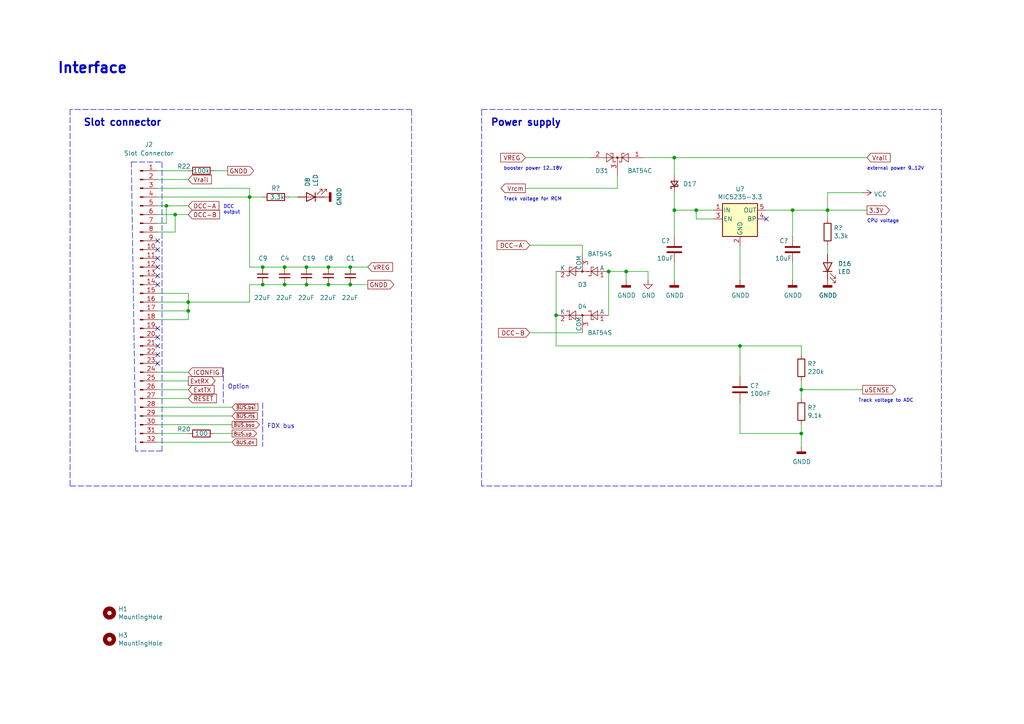
<source format=kicad_sch>
(kicad_sch (version 20250114) (generator "eeschema") (generator_version "9.0")
  (paper "A4")
  (title_block (title "RTB C12 Module") (date "2025-09-22") (rev "2") (company "Frank Schumacher") (comment 1 "Booster"))
  (lib_symbols
    (symbol "Connector:Conn_01x32_Male" (pin_names (offset 1.016) (hide yes))
      (property "Reference" "J" (at 0 40.64 0))
      (property "Value" "Connector_Conn_01x32_Male" (at 0 -43.18 0))
      (symbol "Conn_01x32_Male_1_1"
        (rectangle (start 0.8636 38.227) (end 0 37.973) (stroke (width 0.1524)) (fill (type outline)))
        (rectangle (start 0.8636 35.687) (end 0 35.433) (stroke (width 0.1524)) (fill (type outline)))
        (rectangle (start 0.8636 33.147) (end 0 32.893) (stroke (width 0.1524)) (fill (type outline)))
        (rectangle (start 0.8636 30.607) (end 0 30.353) (stroke (width 0.1524)) (fill (type outline)))
        (rectangle (start 0.8636 28.067) (end 0 27.813) (stroke (width 0.1524)) (fill (type outline)))
        (rectangle (start 0.8636 25.527) (end 0 25.273) (stroke (width 0.1524)) (fill (type outline)))
        (rectangle (start 0.8636 22.987) (end 0 22.733) (stroke (width 0.1524)) (fill (type outline)))
        (rectangle (start 0.8636 20.447) (end 0 20.193) (stroke (width 0.1524)) (fill (type outline)))
        (rectangle (start 0.8636 17.907) (end 0 17.653) (stroke (width 0.1524)) (fill (type outline)))
        (rectangle (start 0.8636 15.367) (end 0 15.113) (stroke (width 0.1524)) (fill (type outline)))
        (rectangle (start 0.8636 12.827) (end 0 12.573) (stroke (width 0.1524)) (fill (type outline)))
        (rectangle (start 0.8636 10.287) (end 0 10.033) (stroke (width 0.1524)) (fill (type outline)))
        (rectangle (start 0.8636 7.747) (end 0 7.493) (stroke (width 0.1524)) (fill (type outline)))
        (rectangle (start 0.8636 5.207) (end 0 4.953) (stroke (width 0.1524)) (fill (type outline)))
        (rectangle (start 0.8636 2.667) (end 0 2.413) (stroke (width 0.1524)) (fill (type outline)))
        (rectangle (start 0.8636 0.127) (end 0 -0.127) (stroke (width 0.1524)) (fill (type outline)))
        (rectangle (start 0.8636 -2.413) (end 0 -2.667) (stroke (width 0.1524)) (fill (type outline)))
        (rectangle (start 0.8636 -4.953) (end 0 -5.207) (stroke (width 0.1524)) (fill (type outline)))
        (rectangle (start 0.8636 -7.493) (end 0 -7.747) (stroke (width 0.1524)) (fill (type outline)))
        (rectangle (start 0.8636 -10.033) (end 0 -10.287) (stroke (width 0.1524)) (fill (type outline)))
        (rectangle (start 0.8636 -12.573) (end 0 -12.827) (stroke (width 0.1524)) (fill (type outline)))
        (rectangle (start 0.8636 -15.113) (end 0 -15.367) (stroke (width 0.1524)) (fill (type outline)))
        (rectangle (start 0.8636 -17.653) (end 0 -17.907) (stroke (width 0.1524)) (fill (type outline)))
        (rectangle (start 0.8636 -20.193) (end 0 -20.447) (stroke (width 0.1524)) (fill (type outline)))
        (rectangle (start 0.8636 -22.733) (end 0 -22.987) (stroke (width 0.1524)) (fill (type outline)))
        (rectangle (start 0.8636 -25.273) (end 0 -25.527) (stroke (width 0.1524)) (fill (type outline)))
        (rectangle (start 0.8636 -27.813) (end 0 -28.067) (stroke (width 0.1524)) (fill (type outline)))
        (rectangle (start 0.8636 -30.353) (end 0 -30.607) (stroke (width 0.1524)) (fill (type outline)))
        (rectangle (start 0.8636 -32.893) (end 0 -33.147) (stroke (width 0.1524)) (fill (type outline)))
        (rectangle (start 0.8636 -35.433) (end 0 -35.687) (stroke (width 0.1524)) (fill (type outline)))
        (rectangle (start 0.8636 -37.973) (end 0 -38.227) (stroke (width 0.1524)) (fill (type outline)))
        (rectangle (start 0.8636 -40.513) (end 0 -40.767) (stroke (width 0.1524)) (fill (type outline)))
        (polyline (pts (xy 1.27 38.1) (xy 0.8636 38.1)) (stroke (width 0.1524)))
        (polyline (pts (xy 1.27 35.56) (xy 0.8636 35.56)) (stroke (width 0.1524)))
        (polyline (pts (xy 1.27 33.02) (xy 0.8636 33.02)) (stroke (width 0.1524)))
        (polyline (pts (xy 1.27 30.48) (xy 0.8636 30.48)) (stroke (width 0.1524)))
        (polyline (pts (xy 1.27 27.94) (xy 0.8636 27.94)) (stroke (width 0.1524)))
        (polyline (pts (xy 1.27 25.4) (xy 0.8636 25.4)) (stroke (width 0.1524)))
        (polyline (pts (xy 1.27 22.86) (xy 0.8636 22.86)) (stroke (width 0.1524)))
        (polyline (pts (xy 1.27 20.32) (xy 0.8636 20.32)) (stroke (width 0.1524)))
        (polyline (pts (xy 1.27 17.78) (xy 0.8636 17.78)) (stroke (width 0.1524)))
        (polyline (pts (xy 1.27 15.24) (xy 0.8636 15.24)) (stroke (width 0.1524)))
        (polyline (pts (xy 1.27 12.7) (xy 0.8636 12.7)) (stroke (width 0.1524)))
        (polyline (pts (xy 1.27 10.16) (xy 0.8636 10.16)) (stroke (width 0.1524)))
        (polyline (pts (xy 1.27 7.62) (xy 0.8636 7.62)) (stroke (width 0.1524)))
        (polyline (pts (xy 1.27 5.08) (xy 0.8636 5.08)) (stroke (width 0.1524)))
        (polyline (pts (xy 1.27 2.54) (xy 0.8636 2.54)) (stroke (width 0.1524)))
        (polyline (pts (xy 1.27 0) (xy 0.8636 0)) (stroke (width 0.1524)))
        (polyline (pts (xy 1.27 -2.54) (xy 0.8636 -2.54)) (stroke (width 0.1524)))
        (polyline (pts (xy 1.27 -5.08) (xy 0.8636 -5.08)) (stroke (width 0.1524)))
        (polyline (pts (xy 1.27 -7.62) (xy 0.8636 -7.62)) (stroke (width 0.1524)))
        (polyline (pts (xy 1.27 -10.16) (xy 0.8636 -10.16)) (stroke (width 0.1524)))
        (polyline (pts (xy 1.27 -12.7) (xy 0.8636 -12.7)) (stroke (width 0.1524)))
        (polyline (pts (xy 1.27 -15.24) (xy 0.8636 -15.24)) (stroke (width 0.1524)))
        (polyline (pts (xy 1.27 -17.78) (xy 0.8636 -17.78)) (stroke (width 0.1524)))
        (polyline (pts (xy 1.27 -20.32) (xy 0.8636 -20.32)) (stroke (width 0.1524)))
        (polyline (pts (xy 1.27 -22.86) (xy 0.8636 -22.86)) (stroke (width 0.1524)))
        (polyline (pts (xy 1.27 -25.4) (xy 0.8636 -25.4)) (stroke (width 0.1524)))
        (polyline (pts (xy 1.27 -27.94) (xy 0.8636 -27.94)) (stroke (width 0.1524)))
        (polyline (pts (xy 1.27 -30.48) (xy 0.8636 -30.48)) (stroke (width 0.1524)))
        (polyline (pts (xy 1.27 -33.02) (xy 0.8636 -33.02)) (stroke (width 0.1524)))
        (polyline (pts (xy 1.27 -35.56) (xy 0.8636 -35.56)) (stroke (width 0.1524)))
        (polyline (pts (xy 1.27 -38.1) (xy 0.8636 -38.1)) (stroke (width 0.1524)))
        (polyline (pts (xy 1.27 -40.64) (xy 0.8636 -40.64)) (stroke (width 0.1524)))
        (pin passive line (at 5.08 38.1 180) (length 3.81) (name "Pin_1") (number "1"))
        (pin passive line (at 5.08 35.56 180) (length 3.81) (name "Pin_2") (number "2"))
        (pin passive line (at 5.08 33.02 180) (length 3.81) (name "Pin_3") (number "3"))
        (pin passive line (at 5.08 30.48 180) (length 3.81) (name "Pin_4") (number "4"))
        (pin passive line (at 5.08 27.94 180) (length 3.81) (name "Pin_5") (number "5"))
        (pin passive line (at 5.08 25.4 180) (length 3.81) (name "Pin_6") (number "6"))
        (pin passive line (at 5.08 22.86 180) (length 3.81) (name "Pin_7") (number "7"))
        (pin passive line (at 5.08 20.32 180) (length 3.81) (name "Pin_8") (number "8"))
        (pin passive line (at 5.08 17.78 180) (length 3.81) (name "Pin_9") (number "9"))
        (pin passive line (at 5.08 15.24 180) (length 3.81) (name "Pin_10") (number "10"))
        (pin passive line (at 5.08 12.7 180) (length 3.81) (name "Pin_11") (number "11"))
        (pin passive line (at 5.08 10.16 180) (length 3.81) (name "Pin_12") (number "12"))
        (pin passive line (at 5.08 7.62 180) (length 3.81) (name "Pin_13") (number "13"))
        (pin passive line (at 5.08 5.08 180) (length 3.81) (name "Pin_14") (number "14"))
        (pin passive line (at 5.08 2.54 180) (length 3.81) (name "Pin_15") (number "15"))
        (pin passive line (at 5.08 0 180) (length 3.81) (name "Pin_16") (number "16"))
        (pin passive line (at 5.08 -2.54 180) (length 3.81) (name "Pin_17") (number "17"))
        (pin passive line (at 5.08 -5.08 180) (length 3.81) (name "Pin_18") (number "18"))
        (pin passive line (at 5.08 -7.62 180) (length 3.81) (name "Pin_19") (number "19"))
        (pin passive line (at 5.08 -10.16 180) (length 3.81) (name "Pin_20") (number "20"))
        (pin passive line (at 5.08 -12.7 180) (length 3.81) (name "Pin_21") (number "21"))
        (pin passive line (at 5.08 -15.24 180) (length 3.81) (name "Pin_22") (number "22"))
        (pin passive line (at 5.08 -17.78 180) (length 3.81) (name "Pin_23") (number "23"))
        (pin passive line (at 5.08 -20.32 180) (length 3.81) (name "Pin_24") (number "24"))
        (pin passive line (at 5.08 -22.86 180) (length 3.81) (name "Pin_25") (number "25"))
        (pin passive line (at 5.08 -25.4 180) (length 3.81) (name "Pin_26") (number "26"))
        (pin passive line (at 5.08 -27.94 180) (length 3.81) (name "Pin_27") (number "27"))
        (pin passive line (at 5.08 -30.48 180) (length 3.81) (name "Pin_28") (number "28"))
        (pin passive line (at 5.08 -33.02 180) (length 3.81) (name "Pin_29") (number "29"))
        (pin passive line (at 5.08 -35.56 180) (length 3.81) (name "Pin_30") (number "30"))
        (pin passive line (at 5.08 -38.1 180) (length 3.81) (name "Pin_31") (number "31"))
        (pin passive line (at 5.08 -40.64 180) (length 3.81) (name "Pin_32") (number "32"))
      )
    )
    (symbol "Device:C" (pin_numbers (hide yes)) (pin_names (offset 0.254))
      (property "Reference" "C" (at 0.635 2.54 0))
      (property "Value" "C" (at 0.635 -2.54 0))
      (symbol "C_0_1"
        (polyline (pts (xy -2.032 0.762) (xy 2.032 0.762)) (stroke (width 0.508)))
        (polyline (pts (xy -2.032 -0.762) (xy 2.032 -0.762)) (stroke (width 0.508)))
      )
      (symbol "C_1_1"
        (pin passive line (at 0 3.81 270) (length 2.794) (name "~") (number "1"))
        (pin passive line (at 0 -3.81 90) (length 2.794) (name "~") (number "2"))
      )
    )
    (symbol "Device:C_Small" (pin_numbers (hide yes)) (pin_names (offset 0.254) (hide yes))
      (property "Reference" "C" (at 0.254 1.778 0))
      (property "Value" "C_Small" (at 0.254 -2.032 0))
      (symbol "C_Small_0_1"
        (polyline (pts (xy -1.524 0.508) (xy 1.524 0.508)) (stroke (width 0.3048)))
        (polyline (pts (xy -1.524 -0.508) (xy 1.524 -0.508)) (stroke (width 0.3302)))
      )
      (symbol "C_Small_1_1"
        (pin passive line (at 0 2.54 270) (length 2.032) (name "~") (number "1"))
        (pin passive line (at 0 -2.54 90) (length 2.032) (name "~") (number "2"))
      )
    )
    (symbol "Device:D_Schottky_Small" (pin_numbers (hide yes)) (pin_names (offset 0.254) (hide yes))
      (property "Reference" "D" (at -1.27 2.032 0))
      (property "Value" "D_Schottky_Small" (at -7.112 -2.032 0))
      (symbol "D_Schottky_Small_0_1"
        (polyline (pts (xy -1.27 0.762) (xy -1.27 1.016) (xy -0.762 1.016) (xy -0.762 -1.016) (xy -0.254 -1.016) (xy -0.254 -0.762)) (stroke (width 0.254)))
        (polyline (pts (xy -0.762 0) (xy 0.762 0)))
        (polyline (pts (xy 0.762 -1.016) (xy -0.762 0) (xy 0.762 1.016) (xy 0.762 -1.016)) (stroke (width 0.254)))
      )
      (symbol "D_Schottky_Small_1_1"
        (pin passive line (at -2.54 0 0) (length 1.778) (name "K") (number "1"))
        (pin passive line (at 2.54 0 180) (length 1.778) (name "A") (number "2"))
      )
    )
    (symbol "Device:LED" (pin_numbers (hide yes)) (pin_names (offset 1.016) (hide yes))
      (property "Reference" "D" (at 0 2.54 0))
      (property "Value" "LED" (at 0 -2.54 0))
      (symbol "LED_0_1"
        (polyline (pts (xy -3.048 -0.762) (xy -4.572 -2.286) (xy -3.81 -2.286) (xy -4.572 -2.286) (xy -4.572 -1.524)))
        (polyline (pts (xy -1.778 -0.762) (xy -3.302 -2.286) (xy -2.54 -2.286) (xy -3.302 -2.286) (xy -3.302 -1.524)))
        (polyline (pts (xy -1.27 0) (xy 1.27 0)))
        (polyline (pts (xy -1.27 -1.27) (xy -1.27 1.27)) (stroke (width 0.254)))
        (polyline (pts (xy 1.27 -1.27) (xy 1.27 1.27) (xy -1.27 0) (xy 1.27 -1.27)) (stroke (width 0.254)))
      )
      (symbol "LED_1_1"
        (pin passive line (at -3.81 0 0) (length 2.54) (name "K") (number "1"))
        (pin passive line (at 3.81 0 180) (length 2.54) (name "A") (number "2"))
      )
    )
    (symbol "Device:R" (pin_numbers (hide yes)) (pin_names (offset 0))
      (property "Reference" "R" (at 2.032 0 90))
      (property "Value" "R" (at 0 0 90))
      (symbol "R_0_1"
        (rectangle (start -1.016 -2.54) (end 1.016 2.54) (stroke (width 0.254)))
      )
      (symbol "R_1_1"
        (pin passive line (at 0 3.81 270) (length 1.27) (name "~") (number "1"))
        (pin passive line (at 0 -3.81 90) (length 1.27) (name "~") (number "2"))
      )
    )
    (symbol "Diode:BAT54C" (pin_names (offset 1.016))
      (property "Reference" "D" (at 0.635 -3.81 0))
      (property "Value" "BAT54C" (at -6.35 3.175 0))
      (symbol "BAT54C_0_1"
        (polyline (pts (xy -3.175 -1.27) (xy -3.175 1.27) (xy -1.27 0) (xy -3.175 -1.27)))
        (polyline (pts (xy -1.905 1.27) (xy -1.905 1.016)))
        (polyline (pts (xy -1.905 0) (xy 1.905 0)))
        (polyline (pts (xy -1.27 1.27) (xy -1.905 1.27)))
        (polyline (pts (xy -1.27 1.27) (xy -1.27 -1.27)))
        (polyline (pts (xy -1.27 0) (xy -3.81 0)))
        (polyline (pts (xy -1.27 -1.27) (xy -0.635 -1.27)))
        (polyline (pts (xy -0.635 -1.27) (xy -0.635 -1.016)))
        (circle (center 0 0) (radius 0.254) (fill (type outline)))
        (polyline (pts (xy 0.635 -1.27) (xy 0.635 -1.016)))
        (polyline (pts (xy 1.27 1.27) (xy 1.27 -1.27)))
        (polyline (pts (xy 1.27 1.27) (xy 1.905 1.27)))
        (polyline (pts (xy 1.27 -1.27) (xy 0.635 -1.27)))
        (polyline (pts (xy 1.905 1.27) (xy 1.905 1.016)))
        (polyline (pts (xy 3.175 -1.27) (xy 3.175 1.27) (xy 1.27 0) (xy 3.175 -1.27)))
        (polyline (pts (xy 3.81 0) (xy 1.27 0)))
      )
      (symbol "BAT54C_1_1"
        (pin passive line (at -7.62 0 0) (length 3.81) (name "~") (number "1"))
        (pin passive line (at 0 -5.08 90) (length 5.08) (name "~") (number "3"))
        (pin passive line (at 7.62 0 180) (length 3.81) (name "~") (number "2"))
      )
    )
    (symbol "Diode:BAT54S" (pin_names (offset 0))
      (property "Reference" "D" (at 2.54 -5.08 0))
      (property "Value" "BAT54S" (at -6.35 3.175 0))
      (symbol "BAT54S_0_1"
        (polyline (pts (xy -4.445 1.27) (xy -4.445 -1.27) (xy -2.54 0) (xy -4.445 1.27)))
        (polyline (pts (xy -3.81 0) (xy -1.27 0)))
        (polyline (pts (xy -3.175 -1.27) (xy -3.175 -1.016)))
        (polyline (pts (xy -2.54 1.27) (xy -1.905 1.27)))
        (polyline (pts (xy -2.54 -1.27) (xy -3.175 -1.27)))
        (polyline (pts (xy -2.54 -1.27) (xy -2.54 1.27)))
        (polyline (pts (xy -1.905 1.27) (xy -1.905 1.016)))
        (polyline (pts (xy -1.905 0) (xy 1.905 0)))
        (circle (center 0 0) (radius 0.254) (fill (type outline)))
        (polyline (pts (xy 1.27 0) (xy 3.81 0)))
        (polyline (pts (xy 1.905 1.27) (xy 1.905 -1.27) (xy 3.81 0) (xy 1.905 1.27)))
        (polyline (pts (xy 3.175 -1.27) (xy 3.175 -1.016)))
        (polyline (pts (xy 3.81 1.27) (xy 4.445 1.27)))
        (polyline (pts (xy 3.81 -1.27) (xy 3.175 -1.27)))
        (polyline (pts (xy 3.81 -1.27) (xy 3.81 1.27)))
        (polyline (pts (xy 4.445 1.27) (xy 4.445 1.016)))
      )
      (symbol "BAT54S_1_1"
        (pin passive line (at -7.62 0 0) (length 3.81) (name "A") (number "1"))
        (pin passive line (at 0 -5.08 90) (length 5.08) (name "COM") (number "3"))
        (pin passive line (at 7.62 0 180) (length 3.81) (name "K") (number "2"))
      )
    )
    (symbol "Mechanical:MountingHole" (pin_names (offset 1.016)) (in_bom no)
      (property "Reference" "H" (at 0 5.08 0))
      (property "Value" "MountingHole" (at 0 3.175 0))
      (symbol "MountingHole_0_1"
        (circle (center 0 0) (radius 1.27) (stroke (width 1.27)))
      )
    )
    (symbol "Regulator_Linear:MIC5205-3.3YM5" (pin_names (offset 0.254))
      (property "Reference" "U" (at -3.81 5.715 0))
      (property "Value" "MIC5205-3.3YM5" (at 0 5.715 0))
      (symbol "MIC5205-3.3YM5_0_1"
        (rectangle (start -5.08 4.445) (end 5.08 -5.08) (stroke (width 0.254)) (fill (type background)))
      )
      (symbol "MIC5205-3.3YM5_1_1"
        (pin power_in line (at -7.62 2.54 0) (length 2.54) (name "IN") (number "1"))
        (pin input line (at -7.62 0 0) (length 2.54) (name "EN") (number "3"))
        (pin power_in line (at 0 -7.62 90) (length 2.54) (name "GND") (number "2"))
        (pin power_out line (at 7.62 2.54 180) (length 2.54) (name "OUT") (number "5"))
        (pin input line (at 7.62 0 180) (length 2.54) (name "BP") (number "4"))
      )
    )
    (symbol "power:GND" (power) (pin_numbers (hide yes)) (pin_names (offset 0) (hide yes))
      (property "Value" "GND" (at 0 -3.81 0))
      (symbol "GND_0_1"
        (polyline (pts (xy 0 0) (xy 0 -1.27) (xy 1.27 -1.27) (xy 0 -2.54) (xy -1.27 -1.27) (xy 0 -1.27)))
      )
      (symbol "GND_1_1"
        (pin power_in line (at 0 0 270) (length 0) (name "~") (number "1"))
      )
    )
    (symbol "power:GNDD" (power) (pin_numbers (hide yes)) (pin_names (offset 0) (hide yes))
      (property "Value" "GNDD" (at 0 -3.175 0))
      (symbol "GNDD_0_1"
        (rectangle (start -1.27 -1.524) (end 1.27 -2.032) (stroke (width 0.254)) (fill (type outline)))
        (polyline (pts (xy 0 0) (xy 0 -1.524)))
      )
      (symbol "GNDD_1_1"
        (pin power_in line (at 0 0 270) (length 0) (name "~") (number "1"))
      )
    )
    (symbol "power:VCC" (power) (pin_numbers (hide yes)) (pin_names (offset 0) (hide yes))
      (property "Value" "VCC" (at 0 3.556 0))
      (symbol "VCC_0_1"
        (polyline (pts (xy -0.762 1.27) (xy 0 2.54)))
        (polyline (pts (xy 0 2.54) (xy 0.762 1.27)))
        (polyline (pts (xy 0 0) (xy 0 2.54)))
      )
      (symbol "VCC_1_1"
        (pin power_in line (at 0 0 90) (length 0) (name "~") (number "1"))
      )
    )
  )
  (text "booster power 12..18V" (at 146.05 49.53 0) (effects (font (size 0.9906 0.9906)) (justify left bottom)))
  (text "FDX bus" (at 77.47 124.46 0) (effects (font (size 1.27 1.27)) (justify left bottom)))
  (text "Track voltage for RCM" (at 146.05 58.42 0) (effects (font (size 0.9906 0.9906)) (justify left bottom)))
  (text "Slot connector" (at 24.13 36.83 0) (effects (font (size 2.0066 2.0066) (thickness 0.4013) (bold yes)) (justify left bottom)))
  (text "Interface" (at 16.51 21.59 0) (effects (font (size 2.9972 2.9972) (thickness 0.5994) (bold yes)) (justify left bottom)))
  (text "CPU voltage" (at 251.46 64.77 0) (effects (font (size 0.9906 0.9906)) (justify left bottom)))
  (text "Track voltage to ADC" (at 248.92 116.84 0) (effects (font (size 0.9906 0.9906)) (justify left bottom)))
  (text "Power supply" (at 142.24 36.83 0) (effects (font (size 2.0066 2.0066) (thickness 0.4013) (bold yes)) (justify left bottom)))
  (text "DCC\noutput" (at 64.77 62.23 0) (effects (font (size 0.9906 0.9906)) (justify left bottom)))
  (text "Option" (at 66.04 113.03 0) (effects (font (size 1.27 1.27)) (justify left bottom)))
  (text "external power 9..12V" (at 251.46 49.53 0) (effects (font (size 0.9906 0.9906)) (justify left bottom)))
  (junction (at 72.39 57.15))
  (junction (at 82.55 82.55))
  (junction (at 50.8 62.23))
  (junction (at 76.2 77.47))
  (junction (at 48.26 59.69))
  (junction (at 101.6 77.47))
  (junction (at 201.93 60.96))
  (junction (at 54.61 90.17))
  (junction (at 82.55 77.47))
  (junction (at 101.6 82.55))
  (junction (at 181.61 78.74))
  (junction (at 232.41 125.73))
  (junction (at 240.03 60.96))
  (junction (at 195.58 60.96))
  (junction (at 161.29 91.44))
  (junction (at 195.58 45.72))
  (junction (at 95.25 82.55))
  (junction (at 176.53 78.74))
  (junction (at 232.41 113.03))
  (junction (at 76.2 82.55))
  (junction (at 95.25 77.47))
  (junction (at 54.61 87.63))
  (junction (at 229.87 60.96))
  (junction (at 88.9 82.55))
  (junction (at 214.63 100.33))
  (junction (at 88.9 77.47))
  (no_connect (at 45.72 105.41))
  (no_connect (at 45.72 82.55))
  (no_connect (at 45.72 100.33))
  (no_connect (at 45.72 69.85))
  (no_connect (at 45.72 95.25))
  (no_connect (at 45.72 80.01))
  (no_connect (at 222.25 63.5))
  (no_connect (at 45.72 97.79))
  (no_connect (at 45.72 102.87))
  (no_connect (at 45.72 77.47))
  (no_connect (at 45.72 72.39))
  (no_connect (at 45.72 74.93))
  (polyline (pts (xy 139.7 140.97) (xy 139.7 31.75)) (stroke (width 0) (type dash)))
  (wire (pts (xy 72.39 82.55) (xy 76.2 82.55)))
  (wire (pts (xy 72.39 77.47) (xy 76.2 77.47)))
  (wire (pts (xy 181.61 78.74) (xy 176.53 78.74)))
  (wire (pts (xy 207.01 63.5) (xy 201.93 63.5)))
  (wire (pts (xy 95.25 77.47) (xy 101.6 77.47)))
  (wire (pts (xy 88.9 82.55) (xy 95.25 82.55)))
  (polyline (pts (xy 119.38 140.97) (xy 119.38 31.75)) (stroke (width 0) (type dash)))
  (wire (pts (xy 195.58 45.72) (xy 251.46 45.72)))
  (wire (pts (xy 62.23 125.73) (xy 67.31 125.73)))
  (wire (pts (xy 45.72 120.65) (xy 67.31 120.65)))
  (wire (pts (xy 240.03 71.12) (xy 240.03 73.66)))
  (wire (pts (xy 232.41 110.49) (xy 232.41 113.03)))
  (wire (pts (xy 82.55 82.55) (xy 88.9 82.55)))
  (wire (pts (xy 45.72 85.09) (xy 54.61 85.09)))
  (polyline (pts (xy 76.2 116.84) (xy 76.2 129.54)) (stroke (width 0) (type dash)))
  (wire (pts (xy 45.72 128.27) (xy 67.31 128.27)))
  (wire (pts (xy 179.07 50.8) (xy 179.07 54.61)))
  (wire (pts (xy 95.25 82.55) (xy 101.6 82.55)))
  (wire (pts (xy 240.03 63.5) (xy 240.03 60.96)))
  (polyline (pts (xy 46.99 130.81) (xy 39.37 130.81)) (stroke (width 0) (type dash)))
  (wire (pts (xy 232.41 125.73) (xy 232.41 129.54)))
  (wire (pts (xy 161.29 78.74) (xy 161.29 91.44)))
  (wire (pts (xy 232.41 113.03) (xy 250.19 113.03)))
  (wire (pts (xy 168.91 71.12) (xy 168.91 73.66)))
  (wire (pts (xy 101.6 82.55) (xy 106.68 82.55)))
  (wire (pts (xy 240.03 60.96) (xy 240.03 55.88)))
  (wire (pts (xy 45.72 92.71) (xy 54.61 92.71)))
  (wire (pts (xy 195.58 55.88) (xy 195.58 60.96)))
  (wire (pts (xy 45.72 115.57) (xy 54.61 115.57)))
  (wire (pts (xy 50.8 67.31) (xy 50.8 62.23)))
  (wire (pts (xy 45.72 52.07) (xy 54.61 52.07)))
  (wire (pts (xy 181.61 78.74) (xy 181.61 81.28)))
  (wire (pts (xy 186.69 45.72) (xy 195.58 45.72)))
  (wire (pts (xy 214.63 116.84) (xy 214.63 125.73)))
  (wire (pts (xy 101.6 77.47) (xy 106.68 77.47)))
  (wire (pts (xy 232.41 123.19) (xy 232.41 125.73)))
  (polyline (pts (xy 119.38 31.75) (xy 20.32 31.75)) (stroke (width 0) (type dash)))
  (wire (pts (xy 187.96 78.74) (xy 187.96 81.28)))
  (wire (pts (xy 195.58 68.58) (xy 195.58 60.96)))
  (wire (pts (xy 88.9 77.47) (xy 95.25 77.47)))
  (wire (pts (xy 195.58 60.96) (xy 201.93 60.96)))
  (wire (pts (xy 83.82 57.15) (xy 86.36 57.15)))
  (wire (pts (xy 229.87 76.2) (xy 229.87 81.28)))
  (wire (pts (xy 48.26 59.69) (xy 54.61 59.69)))
  (wire (pts (xy 214.63 109.22) (xy 214.63 100.33)))
  (wire (pts (xy 72.39 57.15) (xy 72.39 77.47)))
  (wire (pts (xy 240.03 60.96) (xy 251.46 60.96)))
  (wire (pts (xy 72.39 57.15) (xy 76.2 57.15)))
  (wire (pts (xy 45.72 125.73) (xy 54.61 125.73)))
  (wire (pts (xy 45.72 118.11) (xy 67.31 118.11)))
  (wire (pts (xy 195.58 76.2) (xy 195.58 81.28)))
  (polyline (pts (xy 46.99 46.99) (xy 46.99 130.81)) (stroke (width 0) (type dash)))
  (wire (pts (xy 72.39 54.61) (xy 72.39 57.15)))
  (polyline (pts (xy 20.32 140.97) (xy 119.38 140.97)) (stroke (width 0) (type dash)))
  (polyline (pts (xy 39.37 130.81) (xy 38.1 46.99)) (stroke (width 0) (type dash)))
  (wire (pts (xy 45.72 67.31) (xy 50.8 67.31)))
  (wire (pts (xy 45.72 64.77) (xy 48.26 64.77)))
  (polyline (pts (xy 20.32 31.75) (xy 20.32 140.97)) (stroke (width 0) (type dash)))
  (wire (pts (xy 45.72 62.23) (xy 50.8 62.23)))
  (wire (pts (xy 45.72 123.19) (xy 67.31 123.19)))
  (wire (pts (xy 45.72 87.63) (xy 54.61 87.63)))
  (wire (pts (xy 229.87 60.96) (xy 240.03 60.96)))
  (wire (pts (xy 45.72 57.15) (xy 72.39 57.15)))
  (wire (pts (xy 214.63 100.33) (xy 232.41 100.33)))
  (wire (pts (xy 161.29 91.44) (xy 161.29 100.33)))
  (polyline (pts (xy 273.05 140.97) (xy 139.7 140.97)) (stroke (width 0) (type dash)))
  (wire (pts (xy 45.72 107.95) (xy 54.61 107.95)))
  (wire (pts (xy 45.72 113.03) (xy 54.61 113.03)))
  (wire (pts (xy 76.2 82.55) (xy 82.55 82.55)))
  (wire (pts (xy 153.67 96.52) (xy 168.91 96.52)))
  (wire (pts (xy 232.41 113.03) (xy 232.41 115.57)))
  (wire (pts (xy 214.63 125.73) (xy 232.41 125.73)))
  (wire (pts (xy 54.61 90.17) (xy 54.61 87.63)))
  (wire (pts (xy 82.55 77.47) (xy 88.9 77.47)))
  (wire (pts (xy 214.63 71.12) (xy 214.63 81.28)))
  (wire (pts (xy 54.61 92.71) (xy 54.61 90.17)))
  (wire (pts (xy 50.8 62.23) (xy 54.61 62.23)))
  (polyline (pts (xy 273.05 31.75) (xy 273.05 140.97)) (stroke (width 0) (type dash)))
  (wire (pts (xy 240.03 55.88) (xy 250.19 55.88)))
  (wire (pts (xy 62.23 49.53) (xy 66.04 49.53)))
  (polyline (pts (xy 64.77 106.68) (xy 64.77 116.84)) (stroke (width 0) (type dash)))
  (wire (pts (xy 232.41 100.33) (xy 232.41 102.87)))
  (wire (pts (xy 54.61 87.63) (xy 72.39 87.63)))
  (wire (pts (xy 48.26 64.77) (xy 48.26 59.69)))
  (wire (pts (xy 45.72 110.49) (xy 54.61 110.49)))
  (wire (pts (xy 222.25 60.96) (xy 229.87 60.96)))
  (wire (pts (xy 72.39 82.55) (xy 72.39 87.63)))
  (polyline (pts (xy 139.7 31.75) (xy 273.05 31.75)) (stroke (width 0) (type dash)))
  (wire (pts (xy 153.67 71.12) (xy 168.91 71.12)))
  (wire (pts (xy 201.93 60.96) (xy 207.01 60.96)))
  (wire (pts (xy 45.72 54.61) (xy 72.39 54.61)))
  (wire (pts (xy 54.61 85.09) (xy 54.61 87.63)))
  (polyline (pts (xy 38.1 46.99) (xy 46.99 46.99)) (stroke (width 0) (type dash)))
  (wire (pts (xy 76.2 77.47) (xy 82.55 77.47)))
  (wire (pts (xy 229.87 60.96) (xy 229.87 68.58)))
  (wire (pts (xy 45.72 49.53) (xy 54.61 49.53)))
  (wire (pts (xy 201.93 63.5) (xy 201.93 60.96)))
  (wire (pts (xy 195.58 45.72) (xy 195.58 50.8)))
  (wire (pts (xy 152.4 54.61) (xy 179.07 54.61)))
  (wire (pts (xy 45.72 59.69) (xy 48.26 59.69)))
  (wire (pts (xy 45.72 90.17) (xy 54.61 90.17)))
  (wire (pts (xy 152.4 45.72) (xy 171.45 45.72)))
  (wire (pts (xy 181.61 78.74) (xy 187.96 78.74)))
  (wire (pts (xy 161.29 100.33) (xy 214.63 100.33)))
  (wire (pts (xy 176.53 91.44) (xy 176.53 78.74)))
  (global_label "GNDD" (shape output) (at 106.68 82.55 0) (property "Intersheetrefs" "${INTERSHEET_REFS}" (effects (hide yes))))
  (global_label "Vrail" (shape input) (at 251.46 45.72 0) (property "Intersheetrefs" "${INTERSHEET_REFS}" (effects (hide yes))))
  (global_label "~{BUS.rts}" (shape input) (at 67.31 120.65 0) (effects (font (size 0.9906 0.9906))) (property "Intersheetrefs" "${INTERSHEET_REFS}" (effects (hide yes))))
  (global_label "Vrail" (shape input) (at 54.61 52.07 0) (property "Intersheetrefs" "${INTERSHEET_REFS}" (effects (hide yes))))
  (global_label "VREG" (shape input) (at 152.4 45.72 180) (property "Intersheetrefs" "${INTERSHEET_REFS}" (effects (hide yes))))
  (global_label "3.3V" (shape output) (at 251.46 60.96 0) (property "Intersheetrefs" "${INTERSHEET_REFS}" (effects (hide yes))))
  (global_label "ExtRX" (shape output) (at 54.61 110.49 0) (property "Intersheetrefs" "${INTERSHEET_REFS}" (effects (hide yes))))
  (global_label "iCONFIG" (shape input) (at 54.61 107.95 0) (property "Intersheetrefs" "${INTERSHEET_REFS}" (effects (hide yes))))
  (global_label "GNDD" (shape output) (at 66.04 49.53 0) (property "Intersheetrefs" "${INTERSHEET_REFS}" (effects (hide yes))))
  (global_label "BUS.dn" (shape input) (at 67.31 128.27 0) (effects (font (size 0.9906 0.9906))) (property "Intersheetrefs" "${INTERSHEET_REFS}" (effects (hide yes))))
  (global_label "~{BUS.bsi}" (shape input) (at 67.31 118.11 0) (effects (font (size 0.9906 0.9906))) (property "Intersheetrefs" "${INTERSHEET_REFS}" (effects (hide yes))))
  (global_label "DCC-B" (shape input) (at 54.61 62.23 0) (property "Intersheetrefs" "${INTERSHEET_REFS}" (effects (hide yes))))
  (global_label "DCC-A'" (shape input) (at 153.67 71.12 180) (property "Intersheetrefs" "${INTERSHEET_REFS}" (effects (hide yes))))
  (global_label "DCC-A" (shape input) (at 54.61 59.69 0) (property "Intersheetrefs" "${INTERSHEET_REFS}" (effects (hide yes))))
  (global_label "Vrcm" (shape output) (at 152.4 54.61 180) (property "Intersheetrefs" "${INTERSHEET_REFS}" (effects (hide yes))))
  (global_label "BUS.up" (shape output) (at 67.31 125.73 0) (effects (font (size 0.9906 0.9906))) (property "Intersheetrefs" "${INTERSHEET_REFS}" (effects (hide yes))))
  (global_label "ExtTX" (shape input) (at 54.61 113.03 0) (property "Intersheetrefs" "${INTERSHEET_REFS}" (effects (hide yes))))
  (global_label "~{RESET}" (shape input) (at 54.61 115.57 0) (property "Intersheetrefs" "${INTERSHEET_REFS}" (effects (hide yes))))
  (global_label "VREG" (shape input) (at 106.68 77.47 0) (property "Intersheetrefs" "${INTERSHEET_REFS}" (effects (hide yes))))
  (global_label "DCC-B" (shape input) (at 153.67 96.52 180) (property "Intersheetrefs" "${INTERSHEET_REFS}" (effects (hide yes))))
  (global_label "~{BUS.bso}" (shape output) (at 67.31 123.19 0) (effects (font (size 0.9906 0.9906))) (property "Intersheetrefs" "${INTERSHEET_REFS}" (effects (hide yes))))
  (global_label "uSENSE" (shape output) (at 250.19 113.03 0) (property "Intersheetrefs" "${INTERSHEET_REFS}" (effects (hide yes))))
  (symbol (lib_id "Device:C") (at 195.58 72.39 0) (unit 1)
    (property "Reference" "C2" (at 191.77 69.85 0) (effects (justify left)))
    (property "Value" "10uF" (at 190.5 74.93 0) (effects (justify left)))
    (property "Footprint" "Capacitor_SMD:C_0805_2012Metric" (effects (hide yes)))
    (property "Description" "10uF 50V X5R ±10% 0805 MLCC" (effects (hide yes)))
    (property "LCSC Part #" "C440198" (effects (hide yes)))
    (instances (project "" (path "" (reference "C?") (unit 1)) (path "" (reference "C2") (unit 1))))
  )
  (symbol (lib_id "power:GNDD") (at 181.61 81.28 0) (unit 1)
    (property "Reference" "#PWR06" (effects (hide yes)))
    (property "Value" "GNDD" (at 181.737 85.6742 0))
    (instances (project "" (path "" (reference "#PWR?") (unit 1)) (path "" (reference "#PWR06") (unit 1))))
  )
  (symbol (lib_id "Device:C") (at 229.87 72.39 0) (unit 1)
    (property "Reference" "C3" (at 226.06 69.85 0) (effects (justify left)))
    (property "Value" "10uF" (at 224.79 74.93 0) (effects (justify left)))
    (property "Footprint" "Capacitor_SMD:C_0805_2012Metric" (effects (hide yes)))
    (property "Description" "10uF 50V X5R ±10% 0805 MLCC" (effects (hide yes)))
    (property "LCSC Part #" "C440198" (effects (hide yes)))
    (instances (project "" (path "" (reference "C?") (unit 1)) (path "" (reference "C3") (unit 1))))
  )
  (symbol (lib_id "power:GNDD") (at 229.87 81.28 0) (unit 1)
    (property "Reference" "#PWR010" (effects (hide yes)))
    (property "Value" "GNDD" (at 229.997 85.6742 0))
    (instances (project "" (path "" (reference "#PWR?") (unit 1)) (path "" (reference "#PWR010") (unit 1))))
  )
  (symbol (lib_id "power:GNDD") (at 214.63 81.28 0) (unit 1)
    (property "Reference" "#PWR07" (effects (hide yes)))
    (property "Value" "GNDD" (at 214.757 85.6742 0))
    (instances (project "" (path "" (reference "#PWR?") (unit 1)) (path "" (reference "#PWR07") (unit 1))))
  )
  (symbol (lib_id "Device:R") (at 232.41 106.68 0) (unit 1)
    (property "Reference" "R13" (at 234.188 105.5116 0) (effects (justify left)))
    (property "Value" "220k" (at 234.188 107.823 0) (effects (justify left)))
    (property "Footprint" "Resistor_SMD:R_0603_1608Metric" (effects (hide yes)))
    (property "Description" "100mW 220kΩ 75V Thick Film Resistor ±1%" (effects (hide yes)))
    (property "LCSC Part #" "C22961" (effects (hide yes)))
    (instances (project "" (path "" (reference "R?") (unit 1)) (path "" (reference "R13") (unit 1))))
  )
  (symbol (lib_id "Device:R") (at 232.41 119.38 0) (unit 1)
    (property "Reference" "R14" (at 234.188 118.2116 0) (effects (justify left)))
    (property "Value" "9.1k" (at 234.188 120.523 0) (effects (justify left)))
    (property "Footprint" "Resistor_SMD:R_0603_1608Metric" (effects (hide yes)))
    (property "Description" "100mW 75V 9.1kΩ Thick Film Resistor ±1%" (effects (hide yes)))
    (property "LCSC Part #" "C23260" (effects (hide yes)))
    (instances (project "" (path "" (reference "R?") (unit 1)) (path "" (reference "R14") (unit 1))))
  )
  (symbol (lib_id "power:GNDD") (at 232.41 129.54 0) (unit 1)
    (property "Reference" "#PWR08" (effects (hide yes)))
    (property "Value" "GNDD" (at 232.537 133.9342 0))
    (instances (project "" (path "" (reference "#PWR?") (unit 1)) (path "" (reference "#PWR08") (unit 1))))
  )
  (symbol (lib_id "Regulator_Linear:MIC5205-3.3YM5") (at 214.63 63.5 0) (unit 1)
    (property "Reference" "U5" (at 214.63 54.8132 0))
    (property "Value" "MIC5235-3.3" (at 214.63 57.1246 0))
    (property "Footprint" "Package_TO_SOT_SMD:SOT-23-5" (effects (hide yes)))
    (property "Datasheet" "http://ww1.microchip.com/downloads/en/devicedoc/mic5235.pdf" (effects (hide yes)))
    (property "Description" "-40℃~+125℃@(Tj) 1 150mA 18uA 24V 3.3V 310mV@(150mA) Fixed Over Current Protection Positive SOT-23-5 Voltage Regulators - Linear, Low Drop Out (LDO)" (effects (hide yes)))
    (property "LCSC Part #" "C89886" (effects (hide yes)))
    (instances (project "" (path "" (reference "U?") (unit 1)) (path "" (reference "U5") (unit 1))))
  )
  (symbol (lib_id "Device:LED") (at 240.03 77.47 90) (unit 1)
    (property "Reference" "D16" (at 243.0272 76.5048 90) (effects (justify right)))
    (property "Value" "LED" (at 243.0272 78.8162 90) (effects (justify right)))
    (property "Footprint" "LED_SMD:LED_0603_1608Metric" (effects (hide yes)))
    (property "Description" "Green LED" (effects (hide yes)))
    (property "LCSC Part #" "C84264" (effects (hide yes)))
  )
  (symbol (lib_id "Device:R") (at 240.03 67.31 0) (unit 1)
    (property "Reference" "R28" (at 241.808 66.1416 0) (effects (justify left)))
    (property "Value" "3.3k" (at 241.808 68.453 0) (effects (justify left)))
    (property "Footprint" "Resistor_SMD:R_0603_1608Metric" (effects (hide yes)))
    (property "Description" "100mW 3.3kΩ 75V Thick Film Resistor ±1%" (effects (hide yes)))
    (property "LCSC Part #" "C22978" (effects (hide yes)))
    (instances (project "" (path "" (reference "R?") (unit 1)) (path "" (reference "R28") (unit 1))))
  )
  (symbol (lib_id "power:GNDD") (at 240.03 81.28 0) (unit 1)
    (property "Reference" "#PWR026" (effects (hide yes)))
    (property "Value" "GNDD" (at 240.157 85.6742 0))
    (instances (project "" (path "" (reference "#PWR?") (unit 1)) (path "" (reference "#PWR026") (unit 1))))
  )
  (symbol (lib_id "Diode:BAT54S") (at 168.91 78.74 180) (unit 1)
    (property "Reference" "D3" (at 168.91 82.55 0))
    (property "Value" "BAT54S" (at 173.99 73.66 0))
    (property "Footprint" "Package_TO_SOT_SMD:SOT-323_SC-70" (effects (hide yes)))
    (property "Datasheet" "https://www.diodes.com/assets/Datasheets/ds11005.pdf" (effects (hide yes)))
    (property "Description" "1 Pair Series Connection 200mA 2uA@25V 30V 800mV@100mA SOT-23 Schottky Diodes" (effects (hide yes)))
    (property "LCSC Part #" "C549280" (effects (hide yes)))
  )
  (symbol (lib_id "Diode:BAT54S") (at 168.91 91.44 0) (mirror y) (unit 1)
    (property "Reference" "D4" (at 168.91 88.9 0))
    (property "Value" "BAT54S" (at 173.99 96.52 0))
    (property "Footprint" "Package_TO_SOT_SMD:SOT-323_SC-70" (effects (hide yes)))
    (property "Datasheet" "https://www.diodes.com/assets/Datasheets/ds11005.pdf" (effects (hide yes)))
    (property "Description" "1 Pair Series Connection 200mA 2uA@25V 30V 800mV@100mA SOT-23 Schottky Diodes" (effects (hide yes)))
    (property "LCSC Part #" "C549280" (effects (hide yes)))
  )
  (symbol (lib_id "power:GNDD") (at 195.58 81.28 0) (unit 1)
    (property "Reference" "#PWR01" (effects (hide yes)))
    (property "Value" "GNDD" (at 195.707 85.6742 0))
    (instances (project "" (path "" (reference "#PWR?") (unit 1)) (path "" (reference "#PWR01") (unit 1))))
  )
  (symbol (lib_id "Device:C_Small") (at 101.6 80.01 0) (unit 1)
    (property "Reference" "C1" (at 100.33 74.93 0) (effects (justify left)))
    (property "Value" "22uF" (at 99.06 86.36 0) (effects (justify left)))
    (property "Footprint" "Capacitor_SMD:C_1206_3216Metric" (effects (hide yes)))
    (property "Description" "22uF 25V X5R ±10% 1206 MLCC" (effects (hide yes)))
    (property "LCSC Part #" "C12891" (effects (hide yes)))
  )
  (symbol (lib_id "Device:C_Small") (at 82.55 80.01 0) (unit 1)
    (property "Reference" "C4" (at 81.28 74.93 0) (effects (justify left)))
    (property "Value" "22uF" (at 80.01 86.36 0) (effects (justify left)))
    (property "Footprint" "Capacitor_SMD:C_1206_3216Metric" (effects (hide yes)))
    (property "Description" "22uF 25V X5R ±10% 1206 MLCC" (effects (hide yes)))
    (property "LCSC Part #" "C12891" (effects (hide yes)))
  )
  (symbol (lib_id "Device:C_Small") (at 88.9 80.01 0) (unit 1)
    (property "Reference" "C19" (at 87.63 74.93 0) (effects (justify left)))
    (property "Value" "22uF" (at 86.36 86.36 0) (effects (justify left)))
    (property "Footprint" "Capacitor_SMD:C_1206_3216Metric" (effects (hide yes)))
    (property "Description" "22uF 25V X5R ±10% 1206 MLCC" (effects (hide yes)))
    (property "LCSC Part #" "C12891" (effects (hide yes)))
  )
  (symbol (lib_id "Diode:BAT54C") (at 179.07 45.72 0) (mirror y) (unit 1)
    (property "Reference" "D31" (at 176.53 49.53 0) (effects (justify left)))
    (property "Value" "BAT54C" (at 189.23 49.53 0) (effects (justify left)))
    (property "Footprint" "Package_TO_SOT_SMD:SOT-323_SC-70" (effects (hide yes)))
    (property "Datasheet" "http://www.diodes.com/_files/datasheets/ds11005.pdf" (effects (hide yes)))
    (property "Description" "1 Pair Common Cathode 200mA 2uA@25V 30V 600mA 800mV@100mA SOT-23 Schottky Diodes" (effects (hide yes)))
    (property "LCSC Part #" "C82467" (effects (hide yes)))
  )
  (symbol (lib_id "Connector:Conn_01x32_Male") (at 40.64 87.63 0) (unit 1)
    (property "Reference" "J2" (at 43.18 41.91 0))
    (property "Value" "Slot Connector" (at 43.18 44.45 0))
    (property "Footprint" "Connector_PinHeader_2.54mm:PinHeader_1x32_P2.54mm_Vertical" (effects (hide yes)))
  )
  (symbol (lib_id "Mechanical:MountingHole") (at 31.75 185.42 0) (unit 1)
    (property "Reference" "H3" (at 34.29 184.2516 0) (effects (justify left)))
    (property "Value" "MountingHole" (at 34.29 186.563 0) (effects (justify left)))
    (property "Footprint" "MountingHole:MountingHole_3.2mm_M3_ISO7380_Pad" (effects (hide yes)))
  )
  (symbol (lib_id "Mechanical:MountingHole") (at 31.75 177.8 0) (unit 1)
    (property "Reference" "H1" (at 34.29 176.6316 0) (effects (justify left)))
    (property "Value" "MountingHole" (at 34.29 178.943 0) (effects (justify left)))
    (property "Footprint" "MountingHole:MountingHole_3.2mm_M3_ISO7380_Pad" (effects (hide yes)))
  )
  (symbol (lib_id "Device:R") (at 58.42 49.53 270) (unit 1)
    (property "Reference" "R22" (at 53.34 48.26 90))
    (property "Value" "100k" (at 58.42 49.53 90))
    (property "Footprint" "Resistor_SMD:R_0603_1608Metric" (effects (hide yes)))
    (property "Description" "100kΩ 100mW 75V Thick Film Resistor ±1%" (effects (hide yes)))
    (property "LCSC Part #" "C25803" (effects (hide yes)))
  )
  (symbol (lib_id "Device:D_Schottky_Small") (at 195.58 53.34 90) (unit 1)
    (property "Reference" "D17" (at 198.12 53.34 90) (effects (justify right)))
    (property "Value" "D_Schottky_Small" (effects (hide yes)))
    (property "Footprint" "Diode_SMD:D_MiniMELF" (effects (hide yes)))
    (property "Description" "200mA, 4A, 500mW, 75V, MiniMELF Switching Diodes" (effects (hide yes)))
    (property "LCSC Part #" "C81181" (effects (hide yes)))
  )
  (symbol (lib_id "Device:R") (at 58.42 125.73 270) (unit 1)
    (property "Reference" "R20" (at 53.34 124.46 90))
    (property "Value" "100" (at 58.42 125.73 90))
    (property "Footprint" "Resistor_SMD:R_0603_1608Metric" (effects (hide yes)))
    (property "Description" "100mW 100Ω 75V Thick Film Resistor ±1%" (effects (hide yes)))
    (property "LCSC Part #" "C22775" (effects (hide yes)))
  )
  (symbol (lib_id "Device:C_Small") (at 95.25 80.01 0) (unit 1)
    (property "Reference" "C8" (at 93.98 74.93 0) (effects (justify left)))
    (property "Value" "22uF" (at 92.71 86.36 0) (effects (justify left)))
    (property "Footprint" "Capacitor_SMD:C_1206_3216Metric" (effects (hide yes)))
    (property "Description" "22uF 25V X5R ±10% 1206 MLCC" (effects (hide yes)))
    (property "LCSC Part #" "C12891" (effects (hide yes)))
  )
  (symbol (lib_id "Device:LED") (at 90.17 57.15 180) (unit 1)
    (property "Reference" "D8" (at 89.2048 54.1528 90) (effects (justify right)))
    (property "Value" "LED" (at 91.5162 54.1528 90) (effects (justify right)))
    (property "Footprint" "LED_SMD:LED_0603_1608Metric" (effects (hide yes)))
    (property "Description" "LED yellow" (effects (hide yes)))
    (property "LCSC Part #" "C72038" (effects (hide yes)))
  )
  (symbol (lib_id "Device:R") (at 80.01 57.15 90) (unit 1)
    (property "Reference" "R39" (at 81.28 54.61 90) (effects (justify left)))
    (property "Value" "3.3k" (at 82.55 57.15 90) (effects (justify left)))
    (property "Footprint" "Resistor_SMD:R_0603_1608Metric" (effects (hide yes)))
    (property "Description" "100mW 3.3kΩ 75V Thick Film Resistor ±1%" (effects (hide yes)))
    (property "LCSC Part #" "C22978" (effects (hide yes)))
    (instances (project "" (path "" (reference "R?") (unit 1)) (path "" (reference "R39") (unit 1))))
  )
  (symbol (lib_id "power:GNDD") (at 93.98 57.15 90) (unit 1)
    (property "Reference" "#PWR0110" (effects (hide yes)))
    (property "Value" "GNDD" (at 98.3742 57.023 0))
    (instances (project "" (path "" (reference "#PWR?") (unit 1)) (path "" (reference "#PWR0110") (unit 1))))
  )
  (symbol (lib_id "power:VCC") (at 250.19 55.88 270) (unit 1)
    (property "Reference" "#PWR0102" (effects (hide yes)))
    (property "Value" "VCC" (at 253.4412 56.3118 90) (effects (justify left)))
  )
  (symbol (lib_id "power:GND") (at 187.96 81.28 0) (unit 1)
    (property "Reference" "#PWR0106" (effects (hide yes)))
    (property "Value" "GND" (at 188.087 85.6742 0))
  )
  (symbol (lib_id "Device:C_Small") (at 76.2 80.01 0) (unit 1)
    (property "Reference" "C9" (at 74.93 74.93 0) (effects (justify left)))
    (property "Value" "22uF" (at 73.66 86.36 0) (effects (justify left)))
    (property "Footprint" "Capacitor_SMD:C_1206_3216Metric" (effects (hide yes)))
    (property "Description" "22uF 25V X5R ±10% 1206 MLCC" (effects (hide yes)))
    (property "LCSC Part #" "C12891" (effects (hide yes)))
  )
  (symbol (lib_id "Device:C") (at 214.63 113.03 0) (unit 1)
    (property "Reference" "C11" (at 217.551 111.8616 0) (effects (justify left)))
    (property "Value" "100nF" (at 217.551 114.173 0) (effects (justify left)))
    (property "Footprint" "Capacitor_SMD:C_0603_1608Metric" (effects (hide yes)))
    (property "Description" "100nF 50V X7R ±10% 0603 MLCC" (effects (hide yes)))
    (property "LCSC Part #" "C14663" (effects (hide yes)))
    (instances (project "" (path "" (reference "C?") (unit 1)) (path "" (reference "C11") (unit 1))))
  )
)
</source>
